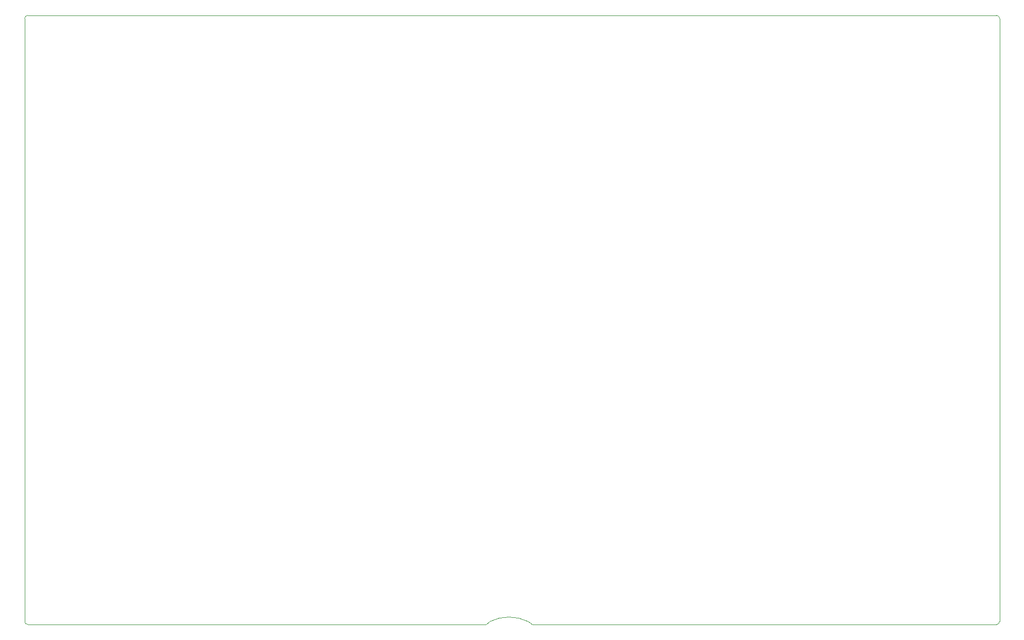
<source format=gm1>
%TF.GenerationSoftware,KiCad,Pcbnew,(6.0.7)*%
%TF.CreationDate,2022-11-12T16:25:49+00:00*%
%TF.ProjectId,pico-euro,7069636f-2d65-4757-926f-2e6b69636164,rev?*%
%TF.SameCoordinates,Original*%
%TF.FileFunction,Profile,NP*%
%FSLAX46Y46*%
G04 Gerber Fmt 4.6, Leading zero omitted, Abs format (unit mm)*
G04 Created by KiCad (PCBNEW (6.0.7)) date 2022-11-12 16:25:49*
%MOMM*%
%LPD*%
G01*
G04 APERTURE LIST*
%TA.AperFunction,Profile*%
%ADD10C,0.100000*%
%TD*%
G04 APERTURE END LIST*
D10*
X28740000Y-135860000D02*
G75*
G03*
X29240000Y-136360000I500000J0D01*
G01*
X188740000Y-36860000D02*
G75*
G03*
X188240000Y-36360000I-500000J0D01*
G01*
X29240000Y-136360000D02*
X104410000Y-136360000D01*
X112030000Y-136360000D02*
X111395000Y-135890001D01*
X188740000Y-36860000D02*
X188740000Y-135860000D01*
X104410000Y-136360000D02*
X105045000Y-135890001D01*
X29240000Y-36360000D02*
X188240000Y-36360000D01*
X111395000Y-135890001D02*
G75*
G03*
X105045000Y-135890001I-3175000J-6349998D01*
G01*
X29240000Y-36360000D02*
G75*
G03*
X28740000Y-36860000I0J-500000D01*
G01*
X28740000Y-135860000D02*
X28740000Y-36860000D01*
X188240000Y-136360000D02*
X112030000Y-136360000D01*
X188240000Y-136360000D02*
G75*
G03*
X188740000Y-135860000I0J500000D01*
G01*
M02*

</source>
